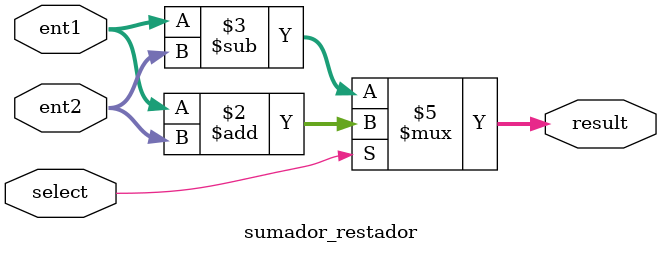
<source format=sv>
module sumador_restador (select, ent1, ent2, result);
	input logic select;
	input logic[7:0] ent1;
	input logic[7:0] ent2;
	output logic[7:0] result;

	always @* begin
		
		if(select) result = ent1 + ent2;
		 
		else result = ent1 - ent2;
		
	end

endmodule
</source>
